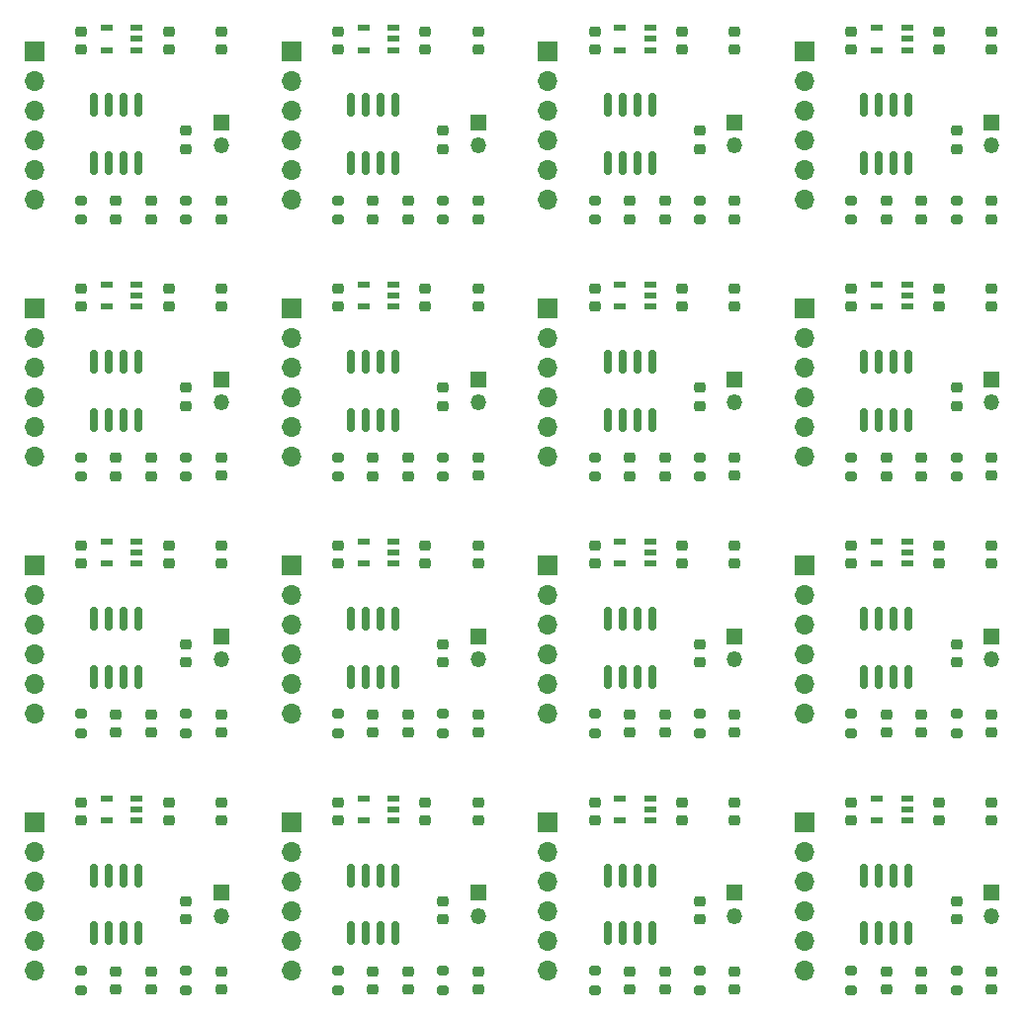
<source format=gts>
%TF.GenerationSoftware,KiCad,Pcbnew,7.0.9*%
%TF.CreationDate,2024-04-03T23:40:05+09:00*%
%TF.ProjectId,max31855_4_4,6d617833-3138-4353-955f-345f342e6b69,rev?*%
%TF.SameCoordinates,Original*%
%TF.FileFunction,Soldermask,Top*%
%TF.FilePolarity,Negative*%
%FSLAX46Y46*%
G04 Gerber Fmt 4.6, Leading zero omitted, Abs format (unit mm)*
G04 Created by KiCad (PCBNEW 7.0.9) date 2024-04-03 23:40:05*
%MOMM*%
%LPD*%
G01*
G04 APERTURE LIST*
G04 Aperture macros list*
%AMRoundRect*
0 Rectangle with rounded corners*
0 $1 Rounding radius*
0 $2 $3 $4 $5 $6 $7 $8 $9 X,Y pos of 4 corners*
0 Add a 4 corners polygon primitive as box body*
4,1,4,$2,$3,$4,$5,$6,$7,$8,$9,$2,$3,0*
0 Add four circle primitives for the rounded corners*
1,1,$1+$1,$2,$3*
1,1,$1+$1,$4,$5*
1,1,$1+$1,$6,$7*
1,1,$1+$1,$8,$9*
0 Add four rect primitives between the rounded corners*
20,1,$1+$1,$2,$3,$4,$5,0*
20,1,$1+$1,$4,$5,$6,$7,0*
20,1,$1+$1,$6,$7,$8,$9,0*
20,1,$1+$1,$8,$9,$2,$3,0*%
G04 Aperture macros list end*
%ADD10RoundRect,0.225000X0.250000X-0.225000X0.250000X0.225000X-0.250000X0.225000X-0.250000X-0.225000X0*%
%ADD11RoundRect,0.150000X-0.150000X0.825000X-0.150000X-0.825000X0.150000X-0.825000X0.150000X0.825000X0*%
%ADD12O,1.350000X1.350000*%
%ADD13R,1.350000X1.350000*%
%ADD14R,1.100000X0.600000*%
%ADD15RoundRect,0.218750X0.256250X-0.218750X0.256250X0.218750X-0.256250X0.218750X-0.256250X-0.218750X0*%
%ADD16RoundRect,0.225000X-0.250000X0.225000X-0.250000X-0.225000X0.250000X-0.225000X0.250000X0.225000X0*%
%ADD17RoundRect,0.200000X0.275000X-0.200000X0.275000X0.200000X-0.275000X0.200000X-0.275000X-0.200000X0*%
%ADD18O,1.700000X1.700000*%
%ADD19R,1.700000X1.700000*%
G04 APERTURE END LIST*
D10*
%TO.C,C47*%
X170000000Y-118725000D03*
X170000000Y-120275000D03*
%TD*%
D11*
%TO.C,U31*%
X167405000Y-129975000D03*
X166135000Y-129975000D03*
X164865000Y-129975000D03*
X163595000Y-129975000D03*
X163595000Y-125025000D03*
X164865000Y-125025000D03*
X166135000Y-125025000D03*
X167405000Y-125025000D03*
%TD*%
D12*
%TO.C,J32*%
X174500000Y-128500000D03*
D13*
X174500000Y-126500000D03*
%TD*%
D14*
%TO.C,U32*%
X164679200Y-120293000D03*
X164679200Y-118388000D03*
X167270000Y-118388000D03*
X167270000Y-119327800D03*
X167270000Y-120293000D03*
%TD*%
D10*
%TO.C,FB32*%
X174500000Y-133225000D03*
X174500000Y-134775000D03*
%TD*%
D15*
%TO.C,D31*%
X168500000Y-133212500D03*
X168500000Y-134787500D03*
%TD*%
D16*
%TO.C,FB31*%
X174500000Y-120275000D03*
X174500000Y-118725000D03*
%TD*%
D17*
%TO.C,R31*%
X162500000Y-133175000D03*
X162500000Y-134825000D03*
%TD*%
D15*
%TO.C,D32*%
X165500000Y-133212500D03*
X165500000Y-134787500D03*
%TD*%
D18*
%TO.C,J31*%
X158500000Y-133120000D03*
X158500000Y-130580000D03*
X158500000Y-128040000D03*
X158500000Y-125500000D03*
X158500000Y-122960000D03*
D19*
X158500000Y-120420000D03*
%TD*%
D16*
%TO.C,C48*%
X171500000Y-128775000D03*
X171500000Y-127225000D03*
%TD*%
D10*
%TO.C,C46*%
X162500000Y-118725000D03*
X162500000Y-120275000D03*
%TD*%
D17*
%TO.C,R32*%
X171500000Y-133175000D03*
X171500000Y-134825000D03*
%TD*%
D10*
%TO.C,C44*%
X148000000Y-118725000D03*
X148000000Y-120275000D03*
%TD*%
D11*
%TO.C,U29*%
X145405000Y-129975000D03*
X144135000Y-129975000D03*
X142865000Y-129975000D03*
X141595000Y-129975000D03*
X141595000Y-125025000D03*
X142865000Y-125025000D03*
X144135000Y-125025000D03*
X145405000Y-125025000D03*
%TD*%
D12*
%TO.C,J30*%
X152500000Y-128500000D03*
D13*
X152500000Y-126500000D03*
%TD*%
D14*
%TO.C,U30*%
X142679200Y-120293000D03*
X142679200Y-118388000D03*
X145270000Y-118388000D03*
X145270000Y-119327800D03*
X145270000Y-120293000D03*
%TD*%
D10*
%TO.C,FB30*%
X152500000Y-133225000D03*
X152500000Y-134775000D03*
%TD*%
D15*
%TO.C,D29*%
X146500000Y-133212500D03*
X146500000Y-134787500D03*
%TD*%
D16*
%TO.C,FB29*%
X152500000Y-120275000D03*
X152500000Y-118725000D03*
%TD*%
D17*
%TO.C,R29*%
X140500000Y-133175000D03*
X140500000Y-134825000D03*
%TD*%
D15*
%TO.C,D30*%
X143500000Y-133212500D03*
X143500000Y-134787500D03*
%TD*%
D18*
%TO.C,J29*%
X136500000Y-133120000D03*
X136500000Y-130580000D03*
X136500000Y-128040000D03*
X136500000Y-125500000D03*
X136500000Y-122960000D03*
D19*
X136500000Y-120420000D03*
%TD*%
D16*
%TO.C,C45*%
X149500000Y-128775000D03*
X149500000Y-127225000D03*
%TD*%
D10*
%TO.C,C43*%
X140500000Y-118725000D03*
X140500000Y-120275000D03*
%TD*%
D17*
%TO.C,R30*%
X149500000Y-133175000D03*
X149500000Y-134825000D03*
%TD*%
D10*
%TO.C,C41*%
X126000000Y-118725000D03*
X126000000Y-120275000D03*
%TD*%
D11*
%TO.C,U27*%
X123405000Y-129975000D03*
X122135000Y-129975000D03*
X120865000Y-129975000D03*
X119595000Y-129975000D03*
X119595000Y-125025000D03*
X120865000Y-125025000D03*
X122135000Y-125025000D03*
X123405000Y-125025000D03*
%TD*%
D12*
%TO.C,J28*%
X130500000Y-128500000D03*
D13*
X130500000Y-126500000D03*
%TD*%
D14*
%TO.C,U28*%
X120679200Y-120293000D03*
X120679200Y-118388000D03*
X123270000Y-118388000D03*
X123270000Y-119327800D03*
X123270000Y-120293000D03*
%TD*%
D10*
%TO.C,FB28*%
X130500000Y-133225000D03*
X130500000Y-134775000D03*
%TD*%
D15*
%TO.C,D27*%
X124500000Y-133212500D03*
X124500000Y-134787500D03*
%TD*%
D16*
%TO.C,FB27*%
X130500000Y-120275000D03*
X130500000Y-118725000D03*
%TD*%
D17*
%TO.C,R27*%
X118500000Y-133175000D03*
X118500000Y-134825000D03*
%TD*%
D15*
%TO.C,D28*%
X121500000Y-133212500D03*
X121500000Y-134787500D03*
%TD*%
D18*
%TO.C,J27*%
X114500000Y-133120000D03*
X114500000Y-130580000D03*
X114500000Y-128040000D03*
X114500000Y-125500000D03*
X114500000Y-122960000D03*
D19*
X114500000Y-120420000D03*
%TD*%
D16*
%TO.C,C42*%
X127500000Y-128775000D03*
X127500000Y-127225000D03*
%TD*%
D10*
%TO.C,C40*%
X118500000Y-118725000D03*
X118500000Y-120275000D03*
%TD*%
D17*
%TO.C,R28*%
X127500000Y-133175000D03*
X127500000Y-134825000D03*
%TD*%
D10*
%TO.C,C38*%
X104000000Y-118725000D03*
X104000000Y-120275000D03*
%TD*%
D11*
%TO.C,U25*%
X101405000Y-129975000D03*
X100135000Y-129975000D03*
X98865000Y-129975000D03*
X97595000Y-129975000D03*
X97595000Y-125025000D03*
X98865000Y-125025000D03*
X100135000Y-125025000D03*
X101405000Y-125025000D03*
%TD*%
D12*
%TO.C,J26*%
X108500000Y-128500000D03*
D13*
X108500000Y-126500000D03*
%TD*%
D14*
%TO.C,U26*%
X98679200Y-120293000D03*
X98679200Y-118388000D03*
X101270000Y-118388000D03*
X101270000Y-119327800D03*
X101270000Y-120293000D03*
%TD*%
D10*
%TO.C,FB26*%
X108500000Y-133225000D03*
X108500000Y-134775000D03*
%TD*%
D15*
%TO.C,D25*%
X102500000Y-133212500D03*
X102500000Y-134787500D03*
%TD*%
D16*
%TO.C,FB25*%
X108500000Y-120275000D03*
X108500000Y-118725000D03*
%TD*%
D17*
%TO.C,R25*%
X96500000Y-133175000D03*
X96500000Y-134825000D03*
%TD*%
D15*
%TO.C,D26*%
X99500000Y-133212500D03*
X99500000Y-134787500D03*
%TD*%
D18*
%TO.C,J25*%
X92500000Y-133120000D03*
X92500000Y-130580000D03*
X92500000Y-128040000D03*
X92500000Y-125500000D03*
X92500000Y-122960000D03*
D19*
X92500000Y-120420000D03*
%TD*%
D16*
%TO.C,C39*%
X105500000Y-128775000D03*
X105500000Y-127225000D03*
%TD*%
D10*
%TO.C,C37*%
X96500000Y-118725000D03*
X96500000Y-120275000D03*
%TD*%
D17*
%TO.C,R26*%
X105500000Y-133175000D03*
X105500000Y-134825000D03*
%TD*%
D10*
%TO.C,C35*%
X170000000Y-96725000D03*
X170000000Y-98275000D03*
%TD*%
D11*
%TO.C,U23*%
X167405000Y-107975000D03*
X166135000Y-107975000D03*
X164865000Y-107975000D03*
X163595000Y-107975000D03*
X163595000Y-103025000D03*
X164865000Y-103025000D03*
X166135000Y-103025000D03*
X167405000Y-103025000D03*
%TD*%
D12*
%TO.C,J24*%
X174500000Y-106500000D03*
D13*
X174500000Y-104500000D03*
%TD*%
D14*
%TO.C,U24*%
X164679200Y-98293000D03*
X164679200Y-96388000D03*
X167270000Y-96388000D03*
X167270000Y-97327800D03*
X167270000Y-98293000D03*
%TD*%
D10*
%TO.C,FB24*%
X174500000Y-111225000D03*
X174500000Y-112775000D03*
%TD*%
D15*
%TO.C,D23*%
X168500000Y-111212500D03*
X168500000Y-112787500D03*
%TD*%
D16*
%TO.C,FB23*%
X174500000Y-98275000D03*
X174500000Y-96725000D03*
%TD*%
D17*
%TO.C,R23*%
X162500000Y-111175000D03*
X162500000Y-112825000D03*
%TD*%
D15*
%TO.C,D24*%
X165500000Y-111212500D03*
X165500000Y-112787500D03*
%TD*%
D18*
%TO.C,J23*%
X158500000Y-111120000D03*
X158500000Y-108580000D03*
X158500000Y-106040000D03*
X158500000Y-103500000D03*
X158500000Y-100960000D03*
D19*
X158500000Y-98420000D03*
%TD*%
D16*
%TO.C,C36*%
X171500000Y-106775000D03*
X171500000Y-105225000D03*
%TD*%
D10*
%TO.C,C34*%
X162500000Y-96725000D03*
X162500000Y-98275000D03*
%TD*%
D17*
%TO.C,R24*%
X171500000Y-111175000D03*
X171500000Y-112825000D03*
%TD*%
D10*
%TO.C,C32*%
X148000000Y-96725000D03*
X148000000Y-98275000D03*
%TD*%
D11*
%TO.C,U21*%
X145405000Y-107975000D03*
X144135000Y-107975000D03*
X142865000Y-107975000D03*
X141595000Y-107975000D03*
X141595000Y-103025000D03*
X142865000Y-103025000D03*
X144135000Y-103025000D03*
X145405000Y-103025000D03*
%TD*%
D12*
%TO.C,J22*%
X152500000Y-106500000D03*
D13*
X152500000Y-104500000D03*
%TD*%
D14*
%TO.C,U22*%
X142679200Y-98293000D03*
X142679200Y-96388000D03*
X145270000Y-96388000D03*
X145270000Y-97327800D03*
X145270000Y-98293000D03*
%TD*%
D10*
%TO.C,FB22*%
X152500000Y-111225000D03*
X152500000Y-112775000D03*
%TD*%
D15*
%TO.C,D21*%
X146500000Y-111212500D03*
X146500000Y-112787500D03*
%TD*%
D16*
%TO.C,FB21*%
X152500000Y-98275000D03*
X152500000Y-96725000D03*
%TD*%
D17*
%TO.C,R21*%
X140500000Y-111175000D03*
X140500000Y-112825000D03*
%TD*%
D15*
%TO.C,D22*%
X143500000Y-111212500D03*
X143500000Y-112787500D03*
%TD*%
D18*
%TO.C,J21*%
X136500000Y-111120000D03*
X136500000Y-108580000D03*
X136500000Y-106040000D03*
X136500000Y-103500000D03*
X136500000Y-100960000D03*
D19*
X136500000Y-98420000D03*
%TD*%
D16*
%TO.C,C33*%
X149500000Y-106775000D03*
X149500000Y-105225000D03*
%TD*%
D10*
%TO.C,C31*%
X140500000Y-96725000D03*
X140500000Y-98275000D03*
%TD*%
D17*
%TO.C,R22*%
X149500000Y-111175000D03*
X149500000Y-112825000D03*
%TD*%
D10*
%TO.C,C29*%
X126000000Y-96725000D03*
X126000000Y-98275000D03*
%TD*%
D11*
%TO.C,U19*%
X123405000Y-107975000D03*
X122135000Y-107975000D03*
X120865000Y-107975000D03*
X119595000Y-107975000D03*
X119595000Y-103025000D03*
X120865000Y-103025000D03*
X122135000Y-103025000D03*
X123405000Y-103025000D03*
%TD*%
D12*
%TO.C,J20*%
X130500000Y-106500000D03*
D13*
X130500000Y-104500000D03*
%TD*%
D14*
%TO.C,U20*%
X120679200Y-98293000D03*
X120679200Y-96388000D03*
X123270000Y-96388000D03*
X123270000Y-97327800D03*
X123270000Y-98293000D03*
%TD*%
D10*
%TO.C,FB20*%
X130500000Y-111225000D03*
X130500000Y-112775000D03*
%TD*%
D15*
%TO.C,D19*%
X124500000Y-111212500D03*
X124500000Y-112787500D03*
%TD*%
D16*
%TO.C,FB19*%
X130500000Y-98275000D03*
X130500000Y-96725000D03*
%TD*%
D17*
%TO.C,R19*%
X118500000Y-111175000D03*
X118500000Y-112825000D03*
%TD*%
D15*
%TO.C,D20*%
X121500000Y-111212500D03*
X121500000Y-112787500D03*
%TD*%
D18*
%TO.C,J19*%
X114500000Y-111120000D03*
X114500000Y-108580000D03*
X114500000Y-106040000D03*
X114500000Y-103500000D03*
X114500000Y-100960000D03*
D19*
X114500000Y-98420000D03*
%TD*%
D16*
%TO.C,C30*%
X127500000Y-106775000D03*
X127500000Y-105225000D03*
%TD*%
D10*
%TO.C,C28*%
X118500000Y-96725000D03*
X118500000Y-98275000D03*
%TD*%
D17*
%TO.C,R20*%
X127500000Y-111175000D03*
X127500000Y-112825000D03*
%TD*%
D10*
%TO.C,C26*%
X104000000Y-96725000D03*
X104000000Y-98275000D03*
%TD*%
D11*
%TO.C,U17*%
X101405000Y-107975000D03*
X100135000Y-107975000D03*
X98865000Y-107975000D03*
X97595000Y-107975000D03*
X97595000Y-103025000D03*
X98865000Y-103025000D03*
X100135000Y-103025000D03*
X101405000Y-103025000D03*
%TD*%
D12*
%TO.C,J18*%
X108500000Y-106500000D03*
D13*
X108500000Y-104500000D03*
%TD*%
D14*
%TO.C,U18*%
X98679200Y-98293000D03*
X98679200Y-96388000D03*
X101270000Y-96388000D03*
X101270000Y-97327800D03*
X101270000Y-98293000D03*
%TD*%
D10*
%TO.C,FB18*%
X108500000Y-111225000D03*
X108500000Y-112775000D03*
%TD*%
D15*
%TO.C,D17*%
X102500000Y-111212500D03*
X102500000Y-112787500D03*
%TD*%
D16*
%TO.C,FB17*%
X108500000Y-98275000D03*
X108500000Y-96725000D03*
%TD*%
D17*
%TO.C,R17*%
X96500000Y-111175000D03*
X96500000Y-112825000D03*
%TD*%
D15*
%TO.C,D18*%
X99500000Y-111212500D03*
X99500000Y-112787500D03*
%TD*%
D18*
%TO.C,J17*%
X92500000Y-111120000D03*
X92500000Y-108580000D03*
X92500000Y-106040000D03*
X92500000Y-103500000D03*
X92500000Y-100960000D03*
D19*
X92500000Y-98420000D03*
%TD*%
D16*
%TO.C,C27*%
X105500000Y-106775000D03*
X105500000Y-105225000D03*
%TD*%
D10*
%TO.C,C25*%
X96500000Y-96725000D03*
X96500000Y-98275000D03*
%TD*%
D17*
%TO.C,R18*%
X105500000Y-111175000D03*
X105500000Y-112825000D03*
%TD*%
D10*
%TO.C,C23*%
X170000000Y-74725000D03*
X170000000Y-76275000D03*
%TD*%
D11*
%TO.C,U15*%
X167405000Y-85975000D03*
X166135000Y-85975000D03*
X164865000Y-85975000D03*
X163595000Y-85975000D03*
X163595000Y-81025000D03*
X164865000Y-81025000D03*
X166135000Y-81025000D03*
X167405000Y-81025000D03*
%TD*%
D12*
%TO.C,J16*%
X174500000Y-84500000D03*
D13*
X174500000Y-82500000D03*
%TD*%
D14*
%TO.C,U16*%
X164679200Y-76293000D03*
X164679200Y-74388000D03*
X167270000Y-74388000D03*
X167270000Y-75327800D03*
X167270000Y-76293000D03*
%TD*%
D10*
%TO.C,FB16*%
X174500000Y-89225000D03*
X174500000Y-90775000D03*
%TD*%
D15*
%TO.C,D15*%
X168500000Y-89212500D03*
X168500000Y-90787500D03*
%TD*%
D16*
%TO.C,FB15*%
X174500000Y-76275000D03*
X174500000Y-74725000D03*
%TD*%
D17*
%TO.C,R15*%
X162500000Y-89175000D03*
X162500000Y-90825000D03*
%TD*%
D15*
%TO.C,D16*%
X165500000Y-89212500D03*
X165500000Y-90787500D03*
%TD*%
D18*
%TO.C,J15*%
X158500000Y-89120000D03*
X158500000Y-86580000D03*
X158500000Y-84040000D03*
X158500000Y-81500000D03*
X158500000Y-78960000D03*
D19*
X158500000Y-76420000D03*
%TD*%
D16*
%TO.C,C24*%
X171500000Y-84775000D03*
X171500000Y-83225000D03*
%TD*%
D10*
%TO.C,C22*%
X162500000Y-74725000D03*
X162500000Y-76275000D03*
%TD*%
D17*
%TO.C,R16*%
X171500000Y-89175000D03*
X171500000Y-90825000D03*
%TD*%
D10*
%TO.C,C20*%
X148000000Y-74725000D03*
X148000000Y-76275000D03*
%TD*%
D11*
%TO.C,U13*%
X145405000Y-85975000D03*
X144135000Y-85975000D03*
X142865000Y-85975000D03*
X141595000Y-85975000D03*
X141595000Y-81025000D03*
X142865000Y-81025000D03*
X144135000Y-81025000D03*
X145405000Y-81025000D03*
%TD*%
D12*
%TO.C,J14*%
X152500000Y-84500000D03*
D13*
X152500000Y-82500000D03*
%TD*%
D14*
%TO.C,U14*%
X142679200Y-76293000D03*
X142679200Y-74388000D03*
X145270000Y-74388000D03*
X145270000Y-75327800D03*
X145270000Y-76293000D03*
%TD*%
D10*
%TO.C,FB14*%
X152500000Y-89225000D03*
X152500000Y-90775000D03*
%TD*%
D15*
%TO.C,D13*%
X146500000Y-89212500D03*
X146500000Y-90787500D03*
%TD*%
D16*
%TO.C,FB13*%
X152500000Y-76275000D03*
X152500000Y-74725000D03*
%TD*%
D17*
%TO.C,R13*%
X140500000Y-89175000D03*
X140500000Y-90825000D03*
%TD*%
D15*
%TO.C,D14*%
X143500000Y-89212500D03*
X143500000Y-90787500D03*
%TD*%
D18*
%TO.C,J13*%
X136500000Y-89120000D03*
X136500000Y-86580000D03*
X136500000Y-84040000D03*
X136500000Y-81500000D03*
X136500000Y-78960000D03*
D19*
X136500000Y-76420000D03*
%TD*%
D16*
%TO.C,C21*%
X149500000Y-84775000D03*
X149500000Y-83225000D03*
%TD*%
D10*
%TO.C,C19*%
X140500000Y-74725000D03*
X140500000Y-76275000D03*
%TD*%
D17*
%TO.C,R14*%
X149500000Y-89175000D03*
X149500000Y-90825000D03*
%TD*%
D10*
%TO.C,C17*%
X126000000Y-74725000D03*
X126000000Y-76275000D03*
%TD*%
D11*
%TO.C,U11*%
X123405000Y-85975000D03*
X122135000Y-85975000D03*
X120865000Y-85975000D03*
X119595000Y-85975000D03*
X119595000Y-81025000D03*
X120865000Y-81025000D03*
X122135000Y-81025000D03*
X123405000Y-81025000D03*
%TD*%
D12*
%TO.C,J12*%
X130500000Y-84500000D03*
D13*
X130500000Y-82500000D03*
%TD*%
D14*
%TO.C,U12*%
X120679200Y-76293000D03*
X120679200Y-74388000D03*
X123270000Y-74388000D03*
X123270000Y-75327800D03*
X123270000Y-76293000D03*
%TD*%
D10*
%TO.C,FB12*%
X130500000Y-89225000D03*
X130500000Y-90775000D03*
%TD*%
D15*
%TO.C,D11*%
X124500000Y-89212500D03*
X124500000Y-90787500D03*
%TD*%
D16*
%TO.C,FB11*%
X130500000Y-76275000D03*
X130500000Y-74725000D03*
%TD*%
D17*
%TO.C,R11*%
X118500000Y-89175000D03*
X118500000Y-90825000D03*
%TD*%
D15*
%TO.C,D12*%
X121500000Y-89212500D03*
X121500000Y-90787500D03*
%TD*%
D18*
%TO.C,J11*%
X114500000Y-89120000D03*
X114500000Y-86580000D03*
X114500000Y-84040000D03*
X114500000Y-81500000D03*
X114500000Y-78960000D03*
D19*
X114500000Y-76420000D03*
%TD*%
D16*
%TO.C,C18*%
X127500000Y-84775000D03*
X127500000Y-83225000D03*
%TD*%
D10*
%TO.C,C16*%
X118500000Y-74725000D03*
X118500000Y-76275000D03*
%TD*%
D17*
%TO.C,R12*%
X127500000Y-89175000D03*
X127500000Y-90825000D03*
%TD*%
D10*
%TO.C,C14*%
X104000000Y-74725000D03*
X104000000Y-76275000D03*
%TD*%
D11*
%TO.C,U9*%
X101405000Y-85975000D03*
X100135000Y-85975000D03*
X98865000Y-85975000D03*
X97595000Y-85975000D03*
X97595000Y-81025000D03*
X98865000Y-81025000D03*
X100135000Y-81025000D03*
X101405000Y-81025000D03*
%TD*%
D12*
%TO.C,J10*%
X108500000Y-84500000D03*
D13*
X108500000Y-82500000D03*
%TD*%
D14*
%TO.C,U10*%
X98679200Y-76293000D03*
X98679200Y-74388000D03*
X101270000Y-74388000D03*
X101270000Y-75327800D03*
X101270000Y-76293000D03*
%TD*%
D10*
%TO.C,FB10*%
X108500000Y-89225000D03*
X108500000Y-90775000D03*
%TD*%
D15*
%TO.C,D9*%
X102500000Y-89212500D03*
X102500000Y-90787500D03*
%TD*%
D16*
%TO.C,FB9*%
X108500000Y-76275000D03*
X108500000Y-74725000D03*
%TD*%
D17*
%TO.C,R9*%
X96500000Y-89175000D03*
X96500000Y-90825000D03*
%TD*%
D15*
%TO.C,D10*%
X99500000Y-89212500D03*
X99500000Y-90787500D03*
%TD*%
D18*
%TO.C,J9*%
X92500000Y-89120000D03*
X92500000Y-86580000D03*
X92500000Y-84040000D03*
X92500000Y-81500000D03*
X92500000Y-78960000D03*
D19*
X92500000Y-76420000D03*
%TD*%
D16*
%TO.C,C15*%
X105500000Y-84775000D03*
X105500000Y-83225000D03*
%TD*%
D10*
%TO.C,C13*%
X96500000Y-74725000D03*
X96500000Y-76275000D03*
%TD*%
D17*
%TO.C,R10*%
X105500000Y-89175000D03*
X105500000Y-90825000D03*
%TD*%
D10*
%TO.C,C11*%
X170000000Y-52725000D03*
X170000000Y-54275000D03*
%TD*%
D11*
%TO.C,U7*%
X167405000Y-63975000D03*
X166135000Y-63975000D03*
X164865000Y-63975000D03*
X163595000Y-63975000D03*
X163595000Y-59025000D03*
X164865000Y-59025000D03*
X166135000Y-59025000D03*
X167405000Y-59025000D03*
%TD*%
D12*
%TO.C,J8*%
X174500000Y-62500000D03*
D13*
X174500000Y-60500000D03*
%TD*%
D14*
%TO.C,U8*%
X164679200Y-54293000D03*
X164679200Y-52388000D03*
X167270000Y-52388000D03*
X167270000Y-53327800D03*
X167270000Y-54293000D03*
%TD*%
D10*
%TO.C,FB8*%
X174500000Y-67225000D03*
X174500000Y-68775000D03*
%TD*%
D15*
%TO.C,D7*%
X168500000Y-67212500D03*
X168500000Y-68787500D03*
%TD*%
D16*
%TO.C,FB7*%
X174500000Y-54275000D03*
X174500000Y-52725000D03*
%TD*%
D17*
%TO.C,R7*%
X162500000Y-67175000D03*
X162500000Y-68825000D03*
%TD*%
D15*
%TO.C,D8*%
X165500000Y-67212500D03*
X165500000Y-68787500D03*
%TD*%
D18*
%TO.C,J7*%
X158500000Y-67120000D03*
X158500000Y-64580000D03*
X158500000Y-62040000D03*
X158500000Y-59500000D03*
X158500000Y-56960000D03*
D19*
X158500000Y-54420000D03*
%TD*%
D16*
%TO.C,C12*%
X171500000Y-62775000D03*
X171500000Y-61225000D03*
%TD*%
D10*
%TO.C,C10*%
X162500000Y-52725000D03*
X162500000Y-54275000D03*
%TD*%
D17*
%TO.C,R8*%
X171500000Y-67175000D03*
X171500000Y-68825000D03*
%TD*%
D10*
%TO.C,C8*%
X148000000Y-52725000D03*
X148000000Y-54275000D03*
%TD*%
D11*
%TO.C,U5*%
X145405000Y-63975000D03*
X144135000Y-63975000D03*
X142865000Y-63975000D03*
X141595000Y-63975000D03*
X141595000Y-59025000D03*
X142865000Y-59025000D03*
X144135000Y-59025000D03*
X145405000Y-59025000D03*
%TD*%
D12*
%TO.C,J6*%
X152500000Y-62500000D03*
D13*
X152500000Y-60500000D03*
%TD*%
D14*
%TO.C,U6*%
X142679200Y-54293000D03*
X142679200Y-52388000D03*
X145270000Y-52388000D03*
X145270000Y-53327800D03*
X145270000Y-54293000D03*
%TD*%
D10*
%TO.C,FB6*%
X152500000Y-67225000D03*
X152500000Y-68775000D03*
%TD*%
D15*
%TO.C,D5*%
X146500000Y-67212500D03*
X146500000Y-68787500D03*
%TD*%
D16*
%TO.C,FB5*%
X152500000Y-54275000D03*
X152500000Y-52725000D03*
%TD*%
D17*
%TO.C,R5*%
X140500000Y-67175000D03*
X140500000Y-68825000D03*
%TD*%
D15*
%TO.C,D6*%
X143500000Y-67212500D03*
X143500000Y-68787500D03*
%TD*%
D18*
%TO.C,J5*%
X136500000Y-67120000D03*
X136500000Y-64580000D03*
X136500000Y-62040000D03*
X136500000Y-59500000D03*
X136500000Y-56960000D03*
D19*
X136500000Y-54420000D03*
%TD*%
D16*
%TO.C,C9*%
X149500000Y-62775000D03*
X149500000Y-61225000D03*
%TD*%
D10*
%TO.C,C7*%
X140500000Y-52725000D03*
X140500000Y-54275000D03*
%TD*%
D17*
%TO.C,R6*%
X149500000Y-67175000D03*
X149500000Y-68825000D03*
%TD*%
D10*
%TO.C,C5*%
X126000000Y-52725000D03*
X126000000Y-54275000D03*
%TD*%
D11*
%TO.C,U3*%
X123405000Y-63975000D03*
X122135000Y-63975000D03*
X120865000Y-63975000D03*
X119595000Y-63975000D03*
X119595000Y-59025000D03*
X120865000Y-59025000D03*
X122135000Y-59025000D03*
X123405000Y-59025000D03*
%TD*%
D12*
%TO.C,J4*%
X130500000Y-62500000D03*
D13*
X130500000Y-60500000D03*
%TD*%
D14*
%TO.C,U4*%
X120679200Y-54293000D03*
X120679200Y-52388000D03*
X123270000Y-52388000D03*
X123270000Y-53327800D03*
X123270000Y-54293000D03*
%TD*%
D10*
%TO.C,FB4*%
X130500000Y-67225000D03*
X130500000Y-68775000D03*
%TD*%
D15*
%TO.C,D3*%
X124500000Y-67212500D03*
X124500000Y-68787500D03*
%TD*%
D16*
%TO.C,FB3*%
X130500000Y-54275000D03*
X130500000Y-52725000D03*
%TD*%
D17*
%TO.C,R3*%
X118500000Y-67175000D03*
X118500000Y-68825000D03*
%TD*%
D15*
%TO.C,D4*%
X121500000Y-67212500D03*
X121500000Y-68787500D03*
%TD*%
D18*
%TO.C,J3*%
X114500000Y-67120000D03*
X114500000Y-64580000D03*
X114500000Y-62040000D03*
X114500000Y-59500000D03*
X114500000Y-56960000D03*
D19*
X114500000Y-54420000D03*
%TD*%
D16*
%TO.C,C6*%
X127500000Y-62775000D03*
X127500000Y-61225000D03*
%TD*%
D10*
%TO.C,C4*%
X118500000Y-52725000D03*
X118500000Y-54275000D03*
%TD*%
D17*
%TO.C,R4*%
X127500000Y-67175000D03*
X127500000Y-68825000D03*
%TD*%
%TO.C,R2*%
X105500000Y-67175000D03*
X105500000Y-68825000D03*
%TD*%
D10*
%TO.C,C1*%
X96500000Y-52725000D03*
X96500000Y-54275000D03*
%TD*%
D15*
%TO.C,D1*%
X102500000Y-67212500D03*
X102500000Y-68787500D03*
%TD*%
D16*
%TO.C,C3*%
X105500000Y-62775000D03*
X105500000Y-61225000D03*
%TD*%
D17*
%TO.C,R1*%
X96500000Y-67175000D03*
X96500000Y-68825000D03*
%TD*%
D18*
%TO.C,J1*%
X92500000Y-67120000D03*
X92500000Y-64580000D03*
X92500000Y-62040000D03*
X92500000Y-59500000D03*
X92500000Y-56960000D03*
D19*
X92500000Y-54420000D03*
%TD*%
D15*
%TO.C,D2*%
X99500000Y-67212500D03*
X99500000Y-68787500D03*
%TD*%
D16*
%TO.C,FB1*%
X108500000Y-54275000D03*
X108500000Y-52725000D03*
%TD*%
D12*
%TO.C,J2*%
X108500000Y-62500000D03*
D13*
X108500000Y-60500000D03*
%TD*%
D14*
%TO.C,U2*%
X98679200Y-54293000D03*
X98679200Y-52388000D03*
X101270000Y-52388000D03*
X101270000Y-53327800D03*
X101270000Y-54293000D03*
%TD*%
D11*
%TO.C,U1*%
X101405000Y-63975000D03*
X100135000Y-63975000D03*
X98865000Y-63975000D03*
X97595000Y-63975000D03*
X97595000Y-59025000D03*
X98865000Y-59025000D03*
X100135000Y-59025000D03*
X101405000Y-59025000D03*
%TD*%
D10*
%TO.C,C2*%
X104000000Y-52725000D03*
X104000000Y-54275000D03*
%TD*%
%TO.C,FB2*%
X108500000Y-67225000D03*
X108500000Y-68775000D03*
%TD*%
M02*

</source>
